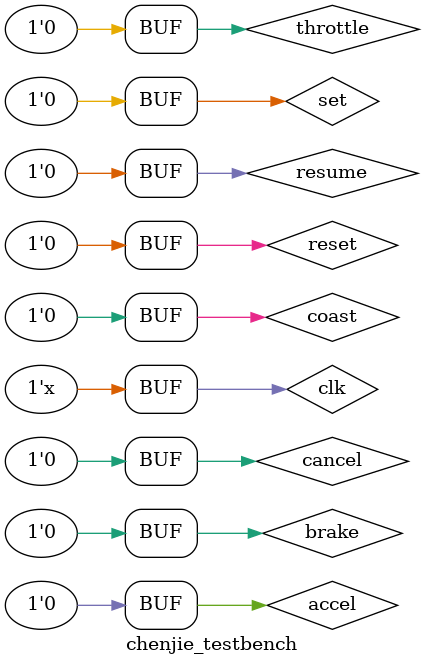
<source format=v>
module chenjie_testbench();

// Input signal declaration
reg clk, reset, throttle, set, accel, coast, cancel, resume, brake ;

// Output
wire[7:0] speed;
wire[7:0] cruise_speed;
wire cruise_on;

always
begin
    #5 clk = ~clk;
end

// Code starts here
initial begin
clk = 0;
reset = 0;
throttle = 0;
set = 0;
accel = 0;
coast = 0;
cancel = 0;
resume = 0;
brake = 0;

#2 reset = 1;   //initialize output

#5 reset = 0;
throttle = 1;   //accelerate starts now to 30mph, 30*5*2 = 300 will be needed

#300 set = 1;
throttle = 0;

#10 set = 0;
#90 throttle = 1; //at this point the speed should be 20mph

#300 set = 1;
#10 set = 0;
#90 throttle = 0;   //at this point the speed should be 60mph

#150  brake = 1;
#100  brake = 0;
resume = 1;

#10 resume = 0;

#240  accel = 1;
#50  accel = 0;

#50  coast = 1;
#50 coast = 0;

#50  cancel = 1;

#10 cancel = 0;

end
chenjie_module module1(clk,reset,throttle,set,accel,coast,cancel, resume, brake, speed, cruise_speed, cruise_on);
endmodule // End

</source>
